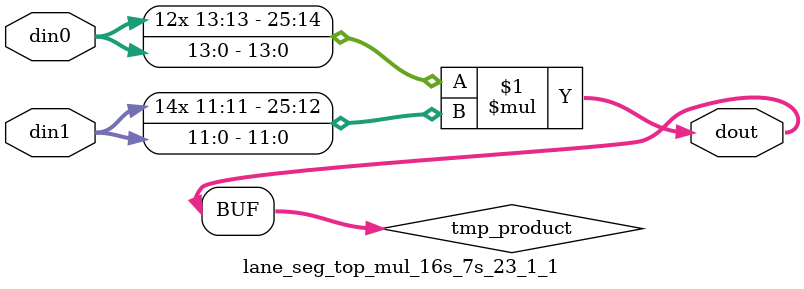
<source format=v>

`timescale 1 ns / 1 ps

  module lane_seg_top_mul_16s_7s_23_1_1(din0, din1, dout);
parameter ID = 1;
parameter NUM_STAGE = 0;
parameter din0_WIDTH = 14;
parameter din1_WIDTH = 12;
parameter dout_WIDTH = 26;

input [din0_WIDTH - 1 : 0] din0; 
input [din1_WIDTH - 1 : 0] din1; 
output [dout_WIDTH - 1 : 0] dout;

wire signed [dout_WIDTH - 1 : 0] tmp_product;













assign tmp_product = $signed(din0) * $signed(din1);








assign dout = tmp_product;







endmodule

</source>
